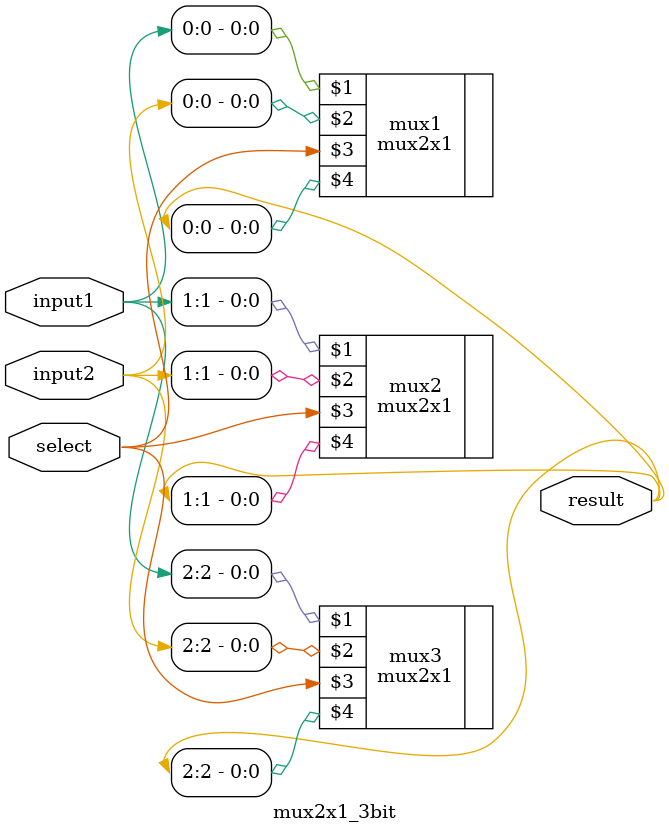
<source format=v>
module mux2x1_3bit(input1, input2, select, result);
// Inputs
input select;
input [2:0] input1;
input [2:0] input2;
// Output
output [2:0] result;

mux2x1 mux1(input1[0], input2[0], select, result[0]),
		 mux2(input1[1], input2[1], select, result[1]), 
		 mux3(input1[2], input2[2], select, result[2]);


endmodule 
</source>
